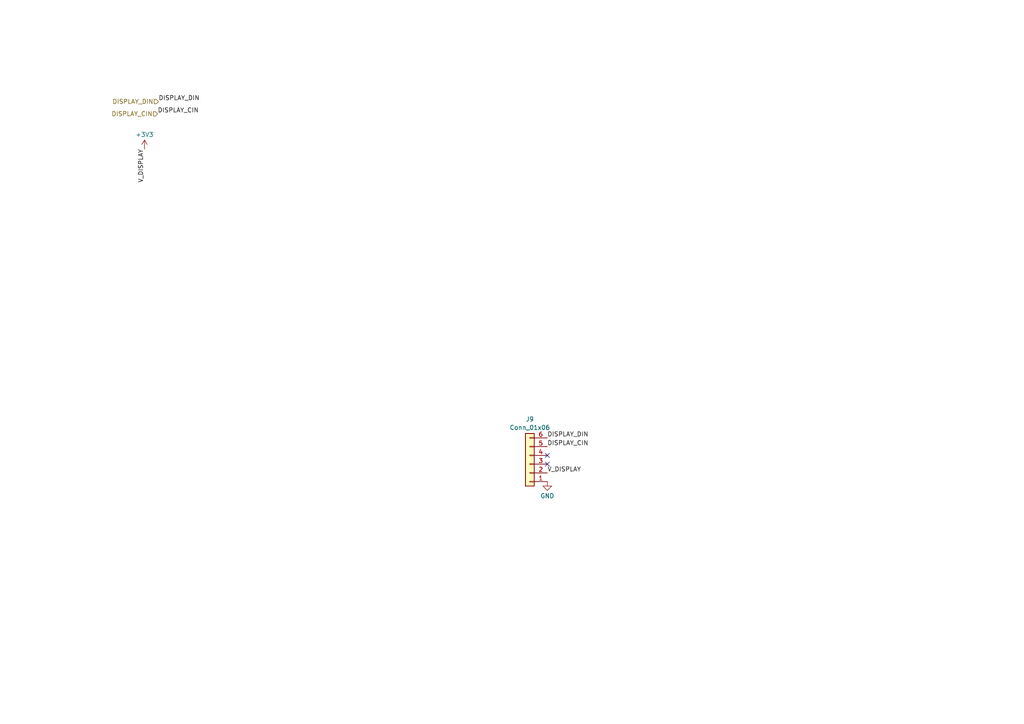
<source format=kicad_sch>
(kicad_sch (version 20250114) (generator "eeschema") (generator_version "9.0")
  (paper "A4")
  (lib_symbols
    (symbol "Connector_Generic:Conn_01x06" (pin_names (offset 1.016) (hide yes))
      (property "Reference" "J" (at 0 7.62 0))
      (property "Value" "Conn_01x06" (at 0 -10.16 0))
      (symbol "Conn_01x06_1_1"
        (rectangle (start -1.27 6.35) (end 1.27 -8.89) (stroke (width 0.254)) (fill (type background)))
        (rectangle (start -1.27 5.207) (end 0 4.953) (stroke (width 0.1524)))
        (rectangle (start -1.27 2.667) (end 0 2.413) (stroke (width 0.1524)))
        (rectangle (start -1.27 0.127) (end 0 -0.127) (stroke (width 0.1524)))
        (rectangle (start -1.27 -2.413) (end 0 -2.667) (stroke (width 0.1524)))
        (rectangle (start -1.27 -4.953) (end 0 -5.207) (stroke (width 0.1524)))
        (rectangle (start -1.27 -7.493) (end 0 -7.747) (stroke (width 0.1524)))
        (pin passive line (at -5.08 5.08 0) (length 3.81) (name "Pin_1") (number "1"))
        (pin passive line (at -5.08 2.54 0) (length 3.81) (name "Pin_2") (number "2"))
        (pin passive line (at -5.08 0 0) (length 3.81) (name "Pin_3") (number "3"))
        (pin passive line (at -5.08 -2.54 0) (length 3.81) (name "Pin_4") (number "4"))
        (pin passive line (at -5.08 -5.08 0) (length 3.81) (name "Pin_5") (number "5"))
        (pin passive line (at -5.08 -7.62 0) (length 3.81) (name "Pin_6") (number "6"))
      )
    )
    (symbol "power:+3V3" (power) (pin_numbers (hide yes)) (pin_names (offset 0) (hide yes))
      (property "Value" "+3V3" (at 0 3.556 0))
      (symbol "+3V3_0_1"
        (polyline (pts (xy -0.762 1.27) (xy 0 2.54)))
        (polyline (pts (xy 0 2.54) (xy 0.762 1.27)))
        (polyline (pts (xy 0 0) (xy 0 2.54)))
      )
      (symbol "+3V3_1_1"
        (pin power_in line (at 0 0 90) (length 0) (name "~") (number "1"))
      )
    )
    (symbol "power:GND" (power) (pin_names (offset 0))
      (property "Value" "GND" (at 0 -3.81 0))
      (symbol "GND_0_1"
        (polyline (pts (xy 0 0) (xy 0 -1.27) (xy 1.27 -1.27) (xy 0 -2.54) (xy -1.27 -1.27) (xy 0 -1.27)))
      )
      (symbol "GND_1_1"
        (pin power_in line (at 0 0 270) (length 0) (hide yes) (name "GND") (number "1"))
      )
    )
  )
  (no_connect (at 158.75 132.08))
  (no_connect (at 158.75 134.62))
  (label "V_DISPLAY" (at 41.91 43.18 270))
  (label "DISPLAY_CIN" (at 158.75 129.54 0))
  (label "DISPLAY_CIN" (at 45.72 33.02 0))
  (label "DISPLAY_DIN" (at 45.974 29.464 0))
  (label "DISPLAY_DIN" (at 158.75 127 0))
  (label "V_DISPLAY" (at 158.75 137.16 0))
  (hierarchical_label "DISPLAY_CIN" (shape input) (at 45.72 33.02 180))
  (hierarchical_label "DISPLAY_DIN" (shape input) (at 45.974 29.464 180))
  (symbol (lib_id "Connector_Generic:Conn_01x06") (at 153.67 134.62 180) (unit 1)
    (property "Reference" "J9" (at 153.67 121.5855 0))
    (property "Value" "Conn_01x06" (at 153.67 124.0098 0))
    (property "Footprint" "Library:RGB_7Segment" (effects (hide yes)))
    (property "Description" "Generic connector, single row, 01x06, script generated (kicad-library-utils/schlib/autogen/connector/)" (effects (hide yes)))
  )
  (symbol (lib_id "power:+3V3") (at 41.91 43.18 0) (unit 1)
    (property "Reference" "#PWR02" (effects (hide yes)))
    (property "Value" "+3V3" (at 41.91 39.0469 0))
    (property "Description" "Power symbol creates a global label with name \"+3V3\"" (effects (hide yes)))
  )
  (symbol (lib_id "power:GND") (at 158.75 139.7 0) (unit 1)
    (property "Reference" "#PWR028" (effects (hide yes)))
    (property "Value" "GND" (at 158.75 143.8331 0))
  )
)
</source>
